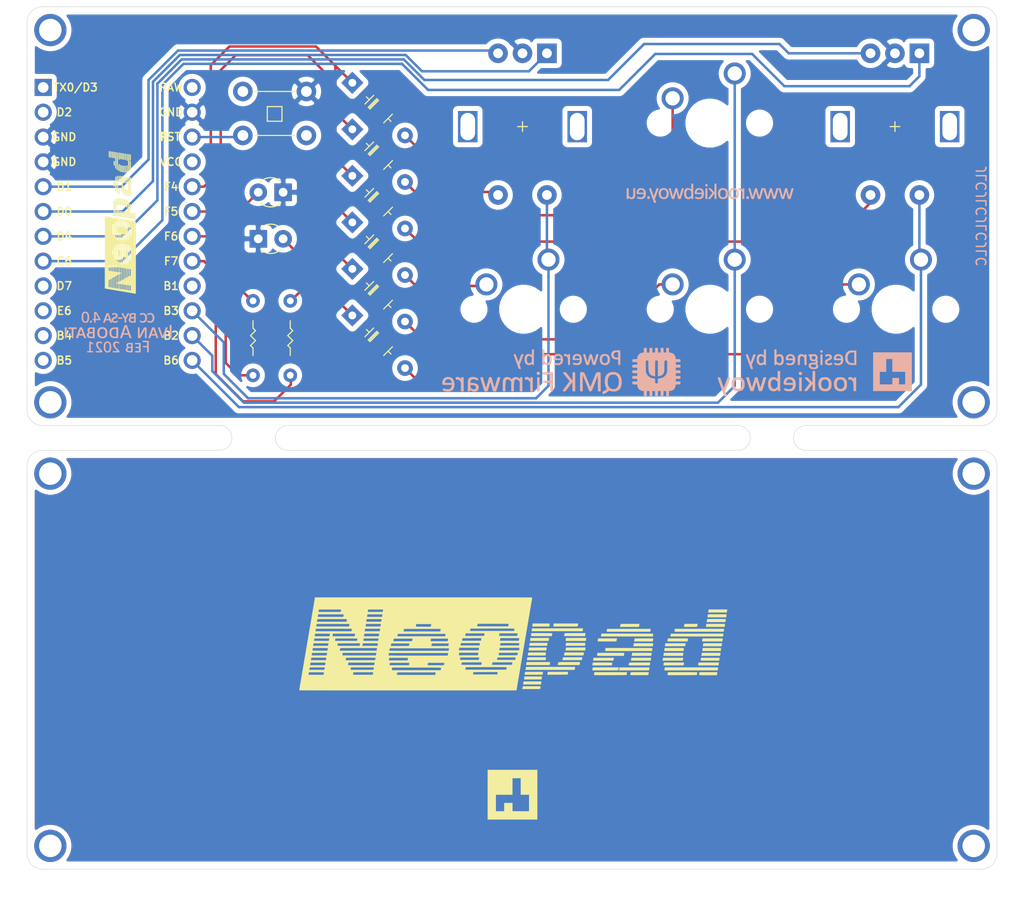
<source format=kicad_pcb>
(kicad_pcb (version 20171130) (host pcbnew "(5.1.9)-1")
  (layers (0 F.Cu signal) (31 B.Cu signal) (34 B.Paste user) (35 F.Paste user) (36 B.SilkS user) (37 F.SilkS user) (38 B.Mask user) (39 F.Mask user) (44 Edge.Cuts user))
  (net 0 "")
  (net 1 "Net-(D1-Pad2)")
  (net 2 ROW0)
  (net 3 "Net-(D2-Pad2)")
  (net 4 "Net-(D3-Pad2)")
  (net 5 "Net-(D4-Pad2)")
  (net 6 GND)
  (net 7 "Net-(D5-Pad2)")
  (net 8 "Net-(D6-Pad2)")
  (net 9 ROW1)
  (net 10 "Net-(D7-Pad2)")
  (net 11 "Net-(D8-Pad2)")
  (net 12 COL1)
  (net 13 COL0)
  (net 14 COL2)
  (net 15 LED0)
  (net 16 LED1)
  (net 17 ENC2A)
  (net 18 ENC2B)
  (net 19 "Net-(SW2-Pad1)")
  (net 20 ENC1A)
  (net 21 ENC1B)
  (net 22 "Net-(U1-Pad24)")
  (net 23 "Net-(U1-Pad12)")
  (net 24 "Net-(U1-Pad21)")
  (net 25 "Net-(U1-Pad16)")
  (net 26 "Net-(U1-Pad11)")
  (net 27 "Net-(U1-Pad10)")
  (net 28 "Net-(U1-Pad9)")
  (net 29 "Net-(U1-Pad2)")
  (net 30 "Net-(U1-Pad1)")
  (net 31 "Net-(SW2-Pad4)")
  (net 32 "Net-(SW2-Pad3)")
  (module rookiebwoy:MouseBite-H2.54mm-W4.57mm (layer F.Cu) (at 117.475 94.9325)
    (fp_text reference mouse-bite-2.54mm-slot hide)
    (fp_text value VAL** hide)
    (pad "" np_thru_hole circle (at 1.524 1.1) (size 0.5 0.5) (drill 0.5) (layers *.Cu *.Mask))
    (pad "" np_thru_hole circle (at -1.524 1.1) (size 0.5 0.5) (drill 0.5) (layers *.Cu *.Mask))
    (pad "" np_thru_hole circle (at 1.524 -1.1) (size 0.5 0.5) (drill 0.5) (layers *.Cu *.Mask))
    (pad "" np_thru_hole circle (at -1.524 -1.1) (size 0.5 0.5) (drill 0.5) (layers *.Cu *.Mask))
    (pad "" np_thru_hole circle (at 0 -1.1) (size 0.5 0.5) (drill 0.5) (layers *.Cu *.Mask))
    (pad "" np_thru_hole circle (at 0 1.1) (size 0.5 0.5) (drill 0.5) (layers *.Cu *.Mask))
    (pad "" np_thru_hole circle (at 0.762 -1.1) (size 0.5 0.5) (drill 0.5) (layers *.Cu *.Mask))
    (pad "" np_thru_hole circle (at -0.762 -1.1) (size 0.5 0.5) (drill 0.5) (layers *.Cu *.Mask))
    (pad "" np_thru_hole circle (at -0.762 1.1) (size 0.5 0.5) (drill 0.5) (layers *.Cu *.Mask))
    (pad "" np_thru_hole circle (at 0.762 1.1) (size 0.5 0.5) (drill 0.5) (layers *.Cu *.Mask))
    (pad "" np_thru_hole circle (at -2.286 -1.1) (size 0.5 0.5) (drill 0.5) (layers *.Cu *.Mask))
    (pad "" np_thru_hole circle (at -2.286 1.1) (size 0.5 0.5) (drill 0.5) (layers *.Cu *.Mask))
    (pad "" np_thru_hole circle (at 2.286 -1.1) (size 0.5 0.5) (drill 0.5) (layers *.Cu *.Mask))
    (pad "" np_thru_hole circle (at 2.286 1.1) (size 0.5 0.5) (drill 0.5) (layers *.Cu *.Mask))
  )
  (module rookiebwoy:MouseBite-H2.54mm-W4.57mm (layer F.Cu) (at 64.4525 94.9325)
    (fp_text reference mouse-bite-2.54mm-slot hide)
    (fp_text value VAL** hide)
    (pad "" np_thru_hole circle (at 2.286 1.1) (size 0.5 0.5) (drill 0.5) (layers *.Cu *.Mask))
    (pad "" np_thru_hole circle (at 2.286 -1.1) (size 0.5 0.5) (drill 0.5) (layers *.Cu *.Mask))
    (pad "" np_thru_hole circle (at -2.286 1.1) (size 0.5 0.5) (drill 0.5) (layers *.Cu *.Mask))
    (pad "" np_thru_hole circle (at -2.286 -1.1) (size 0.5 0.5) (drill 0.5) (layers *.Cu *.Mask))
    (pad "" np_thru_hole circle (at 0.762 1.1) (size 0.5 0.5) (drill 0.5) (layers *.Cu *.Mask))
    (pad "" np_thru_hole circle (at -0.762 1.1) (size 0.5 0.5) (drill 0.5) (layers *.Cu *.Mask))
    (pad "" np_thru_hole circle (at -0.762 -1.1) (size 0.5 0.5) (drill 0.5) (layers *.Cu *.Mask))
    (pad "" np_thru_hole circle (at 0.762 -1.1) (size 0.5 0.5) (drill 0.5) (layers *.Cu *.Mask))
    (pad "" np_thru_hole circle (at 0 1.1) (size 0.5 0.5) (drill 0.5) (layers *.Cu *.Mask))
    (pad "" np_thru_hole circle (at 0 -1.1) (size 0.5 0.5) (drill 0.5) (layers *.Cu *.Mask))
    (pad "" np_thru_hole circle (at -1.524 -1.1) (size 0.5 0.5) (drill 0.5) (layers *.Cu *.Mask))
    (pad "" np_thru_hole circle (at 1.524 -1.1) (size 0.5 0.5) (drill 0.5) (layers *.Cu *.Mask))
    (pad "" np_thru_hole circle (at -1.524 1.1) (size 0.5 0.5) (drill 0.5) (layers *.Cu *.Mask))
    (pad "" np_thru_hole circle (at 1.524 1.1) (size 0.5 0.5) (drill 0.5) (layers *.Cu *.Mask))
  )
  (module Logocustom:rookiebwoy-web (layer B.Cu) (at 111.125 69.85 180)
    (fp_text reference G*** hide)
    (fp_text value LOGO hide)
  )
  (module Logocustom:heart-3 (layer F.Cu) (at 87.122 112.776)
    (fp_text reference G*** hide)
    (fp_text value LOGO hide)
  )
  (module Logocustom:rookiebwoy-signature (layer F.Cu) (at 90.932 116.713)
    (fp_text reference G*** hide)
    (fp_text value LOGO hide)
  )
  (module Logocustom:ivan-cc-by-sa-7 (layer B.Cu) (at 50.165 84.201 180)
    (fp_text reference G*** hide)
    (fp_text value LOGO hide)
  )
  (module Logocustom:badge-light-8 (layer F.Cu) (at 95.123 88.9)
    (fp_text reference G*** hide)
    (fp_text value LOGO hide)
  )
  (module Logocustom:designed-rookiebwoy-QMK-8 (layer F.Cu) (at 120.015 88.138)
    (fp_text reference G*** hide)
    (fp_text value LOGO hide)
  )
  (module rookiebwoy:R_Axial_P7.62mm (layer F.Cu) (at 68.199 88.519 90)
    (fp_text reference R2)
    (fp_text value 220)
    (pad 2 thru_hole oval (at 7.62 0 90) (size 1.4 1.4) (drill 0.7) (layers *.Cu *.Mask) (net 7 "Net-(D5-Pad2)"))
    (pad 1 thru_hole circle (at 0 0 90) (size 1.4 1.4) (drill 0.7) (layers *.Cu *.Mask) (net 16 LED1))
  )
  (module rookiebwoy:R_Axial_P7.62mm (layer F.Cu) (at 64.389 88.519 90)
    (fp_text reference R1)
    (fp_text value 220)
    (pad 2 thru_hole oval (at 7.62 0 90) (size 1.4 1.4) (drill 0.7) (layers *.Cu *.Mask) (net 5 "Net-(D4-Pad2)"))
    (pad 1 thru_hole circle (at 0 0 90) (size 1.4 1.4) (drill 0.7) (layers *.Cu *.Mask) (net 15 LED0))
  )
  (module Logocustom:neopad-big (layer F.Cu) (at 95.504 116.332)
    (fp_text reference G*** hide)
    (fp_text value LOGO hide)
  )
  (module Logocustom:neopad (layer F.Cu) (at 50.927 71.374 90)
    (fp_text reference G*** hide)
    (fp_text value LOGO hide)
  )
  (module Logocustom:rookiebwoy-signature (layer F.Cu) (at 90.932 131.445)
    (fp_text reference G*** hide)
    (fp_text value LOGO hide)
  )
  (module rookiebwoy:ArduinoProMicro (layer F.Cu) (at 50.546 73.025 270)
    (fp_text reference U1 hide)
    (fp_text value ProMicro hide)
    (fp_text user B2 (at 11.43 -5.461) (layer F.SilkS) (effects (font (size 0.8 0.8))))
    (fp_text user F7 (at 3.81 -5.461) (layer F.SilkS) (effects (font (size 0.8 0.8))))
    (fp_text user F6 (at 1.27 -5.461) (layer F.SilkS) (effects (font (size 0.8 0.8))))
    (fp_text user F5 (at -1.27 -5.461) (layer F.SilkS) (effects (font (size 0.8 0.8))))
    (fp_text user RAW (at -13.97 -5.461) (layer F.SilkS) (effects (font (size 0.8 0.8))))
    (fp_text user GND (at -11.43 -5.461) (layer F.SilkS) (effects (font (size 0.8 0.8))))
    (fp_text user ST (at -8.92 -5.73312) (layer F.SilkS) (effects (font (size 0.8 0.8))))
    (fp_text user VCC (at -6.35 -5.461) (layer F.SilkS) (effects (font (size 0.8 0.8))))
    (fp_text user F4 (at -3.81 -5.461) (layer F.SilkS) (effects (font (size 0.8 0.8))))
    (fp_text user B1 (at 6.35 -5.461) (layer F.SilkS) (effects (font (size 0.8 0.8))))
    (fp_text user B3 (at 8.89 -5.461) (layer F.SilkS) (effects (font (size 0.8 0.8))))
    (fp_text user B6 (at 13.97 -5.461) (layer F.SilkS) (effects (font (size 0.8 0.8))))
    (fp_text user B5 (at 13.97 5.461) (layer F.SilkS) (effects (font (size 0.8 0.8))))
    (fp_text user B4 (at 11.43 5.461) (layer F.SilkS) (effects (font (size 0.8 0.8))))
    (fp_text user E6 (at 8.89 5.461) (layer F.SilkS) (effects (font (size 0.8 0.8))))
    (fp_text user D7 (at 6.35 5.461) (layer F.SilkS) (effects (font (size 0.8 0.8))))
    (fp_text user C6 (at 3.81 5.461) (layer F.SilkS) (effects (font (size 0.8 0.8))))
    (fp_text user D4 (at 1.27 5.461) (layer F.SilkS) (effects (font (size 0.8 0.8))))
    (fp_text user GND (at -8.89 5.461) (layer F.SilkS) (effects (font (size 0.8 0.8))))
    (fp_text user GND (at -6.35 5.461) (layer F.SilkS) (effects (font (size 0.8 0.8))))
    (fp_text user D1 (at -3.81 5.461) (layer F.SilkS) (effects (font (size 0.8 0.8))))
    (fp_text user D0 (at -1.27 5.461) (layer F.SilkS) (effects (font (size 0.8 0.8))))
    (fp_text user D2 (at -11.43 5.461) (layer F.SilkS) (effects (font (size 0.8 0.8))))
    (fp_text user TX0/D3 (at -13.97 4.318) (layer F.SilkS) (effects (font (size 0.8 0.8))))
    (pad 1 thru_hole rect (at -13.97 7.62 270) (size 1.7526 1.7526) (drill 1.0922) (layers *.Cu *.Mask) (net 30 "Net-(U1-Pad1)"))
    (pad 2 thru_hole circle (at -11.43 7.62 270) (size 1.7526 1.7526) (drill 1.0922) (layers *.Cu *.Mask) (net 29 "Net-(U1-Pad2)"))
    (pad 3 thru_hole circle (at -8.89 7.62 270) (size 1.7526 1.7526) (drill 1.0922) (layers *.Cu *.Mask) (net 6 GND))
    (pad 4 thru_hole circle (at -6.35 7.62 270) (size 1.7526 1.7526) (drill 1.0922) (layers *.Cu *.Mask) (net 6 GND))
    (pad 5 thru_hole circle (at -3.81 7.62 270) (size 1.7526 1.7526) (drill 1.0922) (layers *.Cu *.Mask) (net 21 ENC1B))
    (pad 6 thru_hole circle (at -1.27 7.62 270) (size 1.7526 1.7526) (drill 1.0922) (layers *.Cu *.Mask) (net 20 ENC1A))
    (pad 7 thru_hole circle (at 1.27 7.62 270) (size 1.7526 1.7526) (drill 1.0922) (layers *.Cu *.Mask) (net 18 ENC2B))
    (pad 8 thru_hole circle (at 3.81 7.62 270) (size 1.7526 1.7526) (drill 1.0922) (layers *.Cu *.Mask) (net 17 ENC2A))
    (pad 9 thru_hole circle (at 6.35 7.62 270) (size 1.7526 1.7526) (drill 1.0922) (layers *.Cu *.Mask) (net 28 "Net-(U1-Pad9)"))
    (pad 10 thru_hole circle (at 8.89 7.62 270) (size 1.7526 1.7526) (drill 1.0922) (layers *.Cu *.Mask) (net 27 "Net-(U1-Pad10)"))
    (pad 11 thru_hole circle (at 11.43 7.62 270) (size 1.7526 1.7526) (drill 1.0922) (layers *.Cu *.Mask) (net 26 "Net-(U1-Pad11)"))
    (pad 13 thru_hole circle (at 13.97 -7.62 270) (size 1.7526 1.7526) (drill 1.0922) (layers *.Cu *.Mask) (net 14 COL2))
    (pad 14 thru_hole circle (at 11.43 -7.62 270) (size 1.7526 1.7526) (drill 1.0922) (layers *.Cu *.Mask) (net 12 COL1))
    (pad 15 thru_hole circle (at 8.89 -7.62 270) (size 1.7526 1.7526) (drill 1.0922) (layers *.Cu *.Mask) (net 13 COL0))
    (pad 16 thru_hole circle (at 6.35 -7.62 270) (size 1.7526 1.7526) (drill 1.0922) (layers *.Cu *.Mask) (net 25 "Net-(U1-Pad16)"))
    (pad 17 thru_hole circle (at 3.81 -7.62 270) (size 1.7526 1.7526) (drill 1.0922) (layers *.Cu *.Mask) (net 16 LED1))
    (pad 18 thru_hole circle (at 1.27 -7.62 270) (size 1.7526 1.7526) (drill 1.0922) (layers *.Cu *.Mask) (net 15 LED0))
    (pad 19 thru_hole circle (at -1.27 -7.62 270) (size 1.7526 1.7526) (drill 1.0922) (layers *.Cu *.Mask) (net 9 ROW1))
    (pad 20 thru_hole circle (at -3.81 -7.62 270) (size 1.7526 1.7526) (drill 1.0922) (layers *.Cu *.Mask) (net 2 ROW0))
    (pad 21 thru_hole circle (at -6.35 -7.62 270) (size 1.7526 1.7526) (drill 1.0922) (layers *.Cu *.Mask) (net 24 "Net-(U1-Pad21)"))
    (pad 22 thru_hole circle (at -8.89 -7.62 270) (size 1.7526 1.7526) (drill 1.0922) (layers *.Cu *.Mask) (net 32 "Net-(SW2-Pad3)"))
    (pad 23 thru_hole circle (at -11.43 -7.62 270) (size 1.7526 1.7526) (drill 1.0922) (layers *.Cu *.Mask) (net 6 GND))
    (pad 12 thru_hole circle (at 13.97 7.62 270) (size 1.7526 1.7526) (drill 1.0922) (layers *.Cu *.Mask) (net 23 "Net-(U1-Pad12)"))
    (pad 24 thru_hole circle (at -13.97 -7.62 270) (size 1.7526 1.7526) (drill 1.0922) (layers *.Cu *.Mask) (net 22 "Net-(U1-Pad24)"))
  )
  (module rookiebwoy:Button_SW_6mm (layer F.Cu) (at 63.35 59.46775)
    (fp_text reference SW2)
    (fp_text value SW_MEC_5E)
    (pad 2 thru_hole circle (at 6.5 0 90) (size 2 2) (drill 1.1) (layers *.Cu *.Mask) (net 6 GND))
    (pad 4 thru_hole circle (at 6.5 4.5 90) (size 2 2) (drill 1.1) (layers *.Cu *.Mask) (net 31 "Net-(SW2-Pad4)"))
    (pad 1 thru_hole circle (at 0 0 90) (size 2 2) (drill 1.1) (layers *.Cu *.Mask) (net 19 "Net-(SW2-Pad1)"))
    (pad 3 thru_hole circle (at 0 4.5 90) (size 2 2) (drill 1.1) (layers *.Cu *.Mask) (net 32 "Net-(SW2-Pad3)"))
  )
  (module rookiebwoy:Diode_DO-35_SOD27_P7.62mm (layer F.Cu) (at 74.549 82.39125 315)
    (fp_text reference D8)
    (fp_text value D)
    (pad 2 thru_hole oval (at 7.62 0 315) (size 1.6 1.6) (drill 0.8) (layers *.Cu *.Mask) (net 11 "Net-(D8-Pad2)"))
    (pad 1 thru_hole rect (at 0 0 315) (size 1.6 1.6) (drill 0.8) (layers *.Cu *.Mask) (net 9 ROW1))
  )
  (module rookiebwoy:Diode_DO-35_SOD27_P7.62mm (layer F.Cu) (at 74.549 77.62875 315)
    (fp_text reference D7)
    (fp_text value D)
    (pad 2 thru_hole oval (at 7.62 0 315) (size 1.6 1.6) (drill 0.8) (layers *.Cu *.Mask) (net 10 "Net-(D7-Pad2)"))
    (pad 1 thru_hole rect (at 0 0 315) (size 1.6 1.6) (drill 0.8) (layers *.Cu *.Mask) (net 9 ROW1))
  )
  (module rookiebwoy:Diode_DO-35_SOD27_P7.62mm (layer F.Cu) (at 74.549 72.86625 315)
    (fp_text reference D6)
    (fp_text value D)
    (pad 2 thru_hole oval (at 7.62 0 315) (size 1.6 1.6) (drill 0.8) (layers *.Cu *.Mask) (net 8 "Net-(D6-Pad2)"))
    (pad 1 thru_hole rect (at 0 0 315) (size 1.6 1.6) (drill 0.8) (layers *.Cu *.Mask) (net 9 ROW1))
  )
  (module rookiebwoy:Diode_DO-35_SOD27_P7.62mm (layer F.Cu) (at 74.549 68.10375 315)
    (fp_text reference D3)
    (fp_text value D)
    (pad 2 thru_hole oval (at 7.62 0 315) (size 1.6 1.6) (drill 0.8) (layers *.Cu *.Mask) (net 4 "Net-(D3-Pad2)"))
    (pad 1 thru_hole rect (at 0 0 315) (size 1.6 1.6) (drill 0.8) (layers *.Cu *.Mask) (net 2 ROW0))
  )
  (module rookiebwoy:Diode_DO-35_SOD27_P7.62mm (layer F.Cu) (at 74.549 63.34125 315)
    (fp_text reference D2)
    (fp_text value D)
    (pad 2 thru_hole oval (at 7.62 0 315) (size 1.6 1.6) (drill 0.8) (layers *.Cu *.Mask) (net 3 "Net-(D2-Pad2)"))
    (pad 1 thru_hole rect (at 0 0 315) (size 1.6 1.6) (drill 0.8) (layers *.Cu *.Mask) (net 2 ROW0))
  )
  (module rookiebwoy:Diode_DO-35_SOD27_P7.62mm (layer F.Cu) (at 74.549 58.57875 315)
    (fp_text reference D1)
    (fp_text value D)
    (pad 1 thru_hole rect (at 0 0 315) (size 1.6 1.6) (drill 0.8) (layers *.Cu *.Mask) (net 2 ROW0))
    (pad 2 thru_hole oval (at 7.62 0 315) (size 1.6 1.6) (drill 0.8) (layers *.Cu *.Mask) (net 1 "Net-(D1-Pad2)"))
  )
  (module rookiebwoy:MountingHole_D2.3mm (layer F.Cu) (at 138.1125 136.68375)
    (fp_text reference H8 hide)
    (fp_text value MountingHole)
    (pad 1 thru_hole circle (at 0 0) (size 3.3 3.3) (drill 2.3) (layers *.Cu *.Mask))
  )
  (module rookiebwoy:MountingHole_D2.3mm (layer F.Cu) (at 138.1125 98.58375)
    (fp_text reference H7 hide)
    (fp_text value MountingHole)
    (pad 1 thru_hole circle (at 0 0) (size 3.3 3.3) (drill 2.3) (layers *.Cu *.Mask))
  )
  (module rookiebwoy:MountingHole_D2.3mm (layer F.Cu) (at 43.65625 136.68375)
    (fp_text reference H6 hide)
    (fp_text value MountingHole)
    (pad 1 thru_hole circle (at 0 0) (size 3.3 3.3) (drill 2.3) (layers *.Cu *.Mask))
  )
  (module rookiebwoy:MountingHole_D2.3mm (layer F.Cu) (at 43.65625 98.58375)
    (fp_text reference H5 hide)
    (fp_text value MountingHole)
    (pad 1 thru_hole circle (at 0 0) (size 3.3 3.3) (drill 2.3) (layers *.Cu *.Mask))
  )
  (module rookiebwoy:RotaryEncoder_Alps_EC11E-Switch (layer F.Cu) (at 94.45625 55.5625 270)
    (fp_text reference SW3)
    (fp_text value Rotary_Encoder_Switch)
    (pad S2 thru_hole circle (at 14.5 5 270) (size 2 2) (drill 1) (layers *.Cu *.Mask) (net 1 "Net-(D1-Pad2)"))
    (pad S1 thru_hole circle (at 14.5 0 270) (size 2 2) (drill 1) (layers *.Cu *.Mask) (net 13 COL0))
    (pad MP thru_hole rect (at 7.5 8.1 270) (size 3.2 2) (drill oval 2.8 1.5) (layers *.Cu *.Mask))
    (pad MP thru_hole rect (at 7.5 -3.1 270) (size 3.2 2) (drill oval 2.8 1.5) (layers *.Cu *.Mask))
    (pad B thru_hole circle (at 0 5 270) (size 2 2) (drill 1) (layers *.Cu *.Mask) (net 21 ENC1B))
    (pad C thru_hole circle (at 0 2.5 270) (size 2 2) (drill 1) (layers *.Cu *.Mask) (net 6 GND))
    (pad A thru_hole rect (at 0 0 270) (size 2 2) (drill 1) (layers *.Cu *.Mask) (net 20 ENC1A))
  )
  (module rookiebwoy:RotaryEncoder_Alps_EC11E-Switch (layer F.Cu) (at 132.55625 55.5625 270)
    (fp_text reference SW1)
    (fp_text value Rotary_Encoder_Switch)
    (pad S2 thru_hole circle (at 14.5 5 270) (size 2 2) (drill 1) (layers *.Cu *.Mask) (net 4 "Net-(D3-Pad2)"))
    (pad S1 thru_hole circle (at 14.5 0 270) (size 2 2) (drill 1) (layers *.Cu *.Mask) (net 14 COL2))
    (pad MP thru_hole rect (at 7.5 8.1 270) (size 3.2 2) (drill oval 2.8 1.5) (layers *.Cu *.Mask))
    (pad MP thru_hole rect (at 7.5 -3.1 270) (size 3.2 2) (drill oval 2.8 1.5) (layers *.Cu *.Mask))
    (pad B thru_hole circle (at 0 5 270) (size 2 2) (drill 1) (layers *.Cu *.Mask) (net 18 ENC2B))
    (pad C thru_hole circle (at 0 2.5 270) (size 2 2) (drill 1) (layers *.Cu *.Mask) (net 6 GND))
    (pad A thru_hole rect (at 0 0 270) (size 2 2) (drill 1) (layers *.Cu *.Mask) (net 17 ENC2A))
  )
  (module rookiebwoy:LED_D3.0mm (layer F.Cu) (at 64.92875 74.549)
    (fp_text reference D5)
    (fp_text value LED)
    (pad 1 thru_hole rect (at 0 0) (size 1.8 1.8) (drill 0.9) (layers *.Cu *.Mask) (net 6 GND))
    (pad 2 thru_hole circle (at 2.54 0) (size 1.8 1.8) (drill 0.9) (layers *.Cu *.Mask) (net 7 "Net-(D5-Pad2)"))
  )
  (module rookiebwoy:LED_D3.0mm (layer F.Cu) (at 67.46875 69.7865 180)
    (fp_text reference D4)
    (fp_text value LED)
    (pad 1 thru_hole rect (at 0 0 180) (size 1.8 1.8) (drill 0.9) (layers *.Cu *.Mask) (net 6 GND))
    (pad 2 thru_hole circle (at 2.54 0 180) (size 1.8 1.8) (drill 0.9) (layers *.Cu *.Mask) (net 5 "Net-(D4-Pad2)"))
  )
  (module rookiebwoy:MountingHole_D2.3mm (layer F.Cu) (at 138.1125 53.18125)
    (fp_text reference H4 hide)
    (fp_text value MountingHole)
    (pad 1 thru_hole circle (at 0 0) (size 3.3 3.3) (drill 2.3) (layers *.Cu *.Mask))
  )
  (module rookiebwoy:MountingHole_D2.3mm (layer F.Cu) (at 43.65625 53.18125)
    (fp_text reference H3 hide)
    (fp_text value MountingHole)
    (pad 1 thru_hole circle (at 0 0) (size 3.3 3.3) (drill 2.3) (layers *.Cu *.Mask))
  )
  (module rookiebwoy:MountingHole_D2.3mm (layer F.Cu) (at 138.1125 91.28125)
    (fp_text reference H2 hide)
    (fp_text value MountingHole)
    (pad 1 thru_hole circle (at 0 0) (size 3.3 3.3) (drill 2.3) (layers *.Cu *.Mask))
  )
  (module rookiebwoy:MountingHole_D2.3mm (layer F.Cu) (at 43.65625 91.28125)
    (fp_text reference H1 hide)
    (fp_text value MountingHole)
    (pad 1 thru_hole circle (at 0 0) (size 3.3 3.3) (drill 2.3) (layers *.Cu *.Mask))
  )
  (module MX_Only:MXOnly-1U-NoLED (layer F.Cu) (at 92.075 81.75625)
    (fp_text reference MX2)
    (fp_text value MX-NoLED)
    (pad 1 thru_hole circle (at 2.54 -5.08) (size 2.25 2.25) (drill 1.47) (layers *.Cu B.Mask) (net 13 COL0))
    (pad "" np_thru_hole circle (at 0 0) (size 3.9878 3.9878) (drill 3.9878) (layers *.Cu *.Mask))
    (pad 2 thru_hole circle (at -3.81 -2.54) (size 2.25 2.25) (drill 1.47) (layers *.Cu B.Mask) (net 8 "Net-(D6-Pad2)"))
    (pad "" np_thru_hole circle (at -5.08 0 48.0996) (size 1.75 1.75) (drill 1.75) (layers *.Cu *.Mask))
    (pad "" np_thru_hole circle (at 5.08 0 48.0996) (size 1.75 1.75) (drill 1.75) (layers *.Cu *.Mask))
  )
  (module MX_Only:MXOnly-1U-NoLED (layer F.Cu) (at 111.125 81.75625)
    (fp_text reference MX3)
    (fp_text value MX-NoLED)
    (pad 1 thru_hole circle (at 2.54 -5.08) (size 2.25 2.25) (drill 1.47) (layers *.Cu B.Mask) (net 12 COL1))
    (pad "" np_thru_hole circle (at 0 0) (size 3.9878 3.9878) (drill 3.9878) (layers *.Cu *.Mask))
    (pad 2 thru_hole circle (at -3.81 -2.54) (size 2.25 2.25) (drill 1.47) (layers *.Cu B.Mask) (net 10 "Net-(D7-Pad2)"))
    (pad "" np_thru_hole circle (at -5.08 0 48.0996) (size 1.75 1.75) (drill 1.75) (layers *.Cu *.Mask))
    (pad "" np_thru_hole circle (at 5.08 0 48.0996) (size 1.75 1.75) (drill 1.75) (layers *.Cu *.Mask))
  )
  (module MX_Only:MXOnly-1U-NoLED (layer F.Cu) (at 130.175 81.75625)
    (fp_text reference MX4)
    (fp_text value MX-NoLED)
    (pad 1 thru_hole circle (at 2.54 -5.08) (size 2.25 2.25) (drill 1.47) (layers *.Cu B.Mask) (net 14 COL2))
    (pad "" np_thru_hole circle (at 0 0) (size 3.9878 3.9878) (drill 3.9878) (layers *.Cu *.Mask))
    (pad 2 thru_hole circle (at -3.81 -2.54) (size 2.25 2.25) (drill 1.47) (layers *.Cu B.Mask) (net 11 "Net-(D8-Pad2)"))
    (pad "" np_thru_hole circle (at -5.08 0 48.0996) (size 1.75 1.75) (drill 1.75) (layers *.Cu *.Mask))
    (pad "" np_thru_hole circle (at 5.08 0 48.0996) (size 1.75 1.75) (drill 1.75) (layers *.Cu *.Mask))
  )
  (module MX_Only:MXOnly-1U-NoLED (layer F.Cu) (at 111.125 62.70625)
    (fp_text reference MX1)
    (fp_text value MX-NoLED)
    (pad 1 thru_hole circle (at 2.54 -5.08) (size 2.25 2.25) (drill 1.47) (layers *.Cu B.Mask) (net 12 COL1))
    (pad "" np_thru_hole circle (at 0 0) (size 3.9878 3.9878) (drill 3.9878) (layers *.Cu *.Mask))
    (pad 2 thru_hole circle (at -3.81 -2.54) (size 2.25 2.25) (drill 1.47) (layers *.Cu B.Mask) (net 3 "Net-(D2-Pad2)"))
    (pad "" np_thru_hole circle (at -5.08 0 48.0996) (size 1.75 1.75) (drill 1.75) (layers *.Cu *.Mask))
    (pad "" np_thru_hole circle (at 5.08 0 48.0996) (size 1.75 1.75) (drill 1.75) (layers *.Cu *.Mask))
  )
  (gr_arc (start 120.9675 94.9325) (end 120.9675 93.6625) (angle -180) (layer Edge.Cuts) (width 0.05))
  (gr_arc (start 113.9825 94.9325) (end 113.9825 96.2025) (angle -180) (layer Edge.Cuts) (width 0.05))
  (gr_arc (start 67.945 94.9325) (end 67.945 93.6625) (angle -180) (layer Edge.Cuts) (width 0.05))
  (gr_arc (start 60.96 94.9325) (end 60.96 96.2025) (angle -180) (layer Edge.Cuts) (width 0.05))
  (gr_line (start 60.96 96.2025) (end 42.8625 96.2025) (layer Edge.Cuts) (width 0.05))
  (gr_line (start 113.9825 96.2025) (end 67.945 96.2025) (layer Edge.Cuts) (width 0.05))
  (gr_line (start 138.90625 96.2025) (end 120.9675 96.2025) (layer Edge.Cuts) (width 0.05))
  (gr_line (start 120.9675 93.6625) (end 138.90625 93.6625) (layer Edge.Cuts) (width 0.05))
  (gr_line (start 67.945 93.6625) (end 113.9825 93.6625) (layer Edge.Cuts) (width 0.05))
  (gr_line (start 42.8625 93.6625) (end 60.96 93.6625) (layer Edge.Cuts) (width 0.05))
  (gr_line (start 140.49375 137.4775) (end 140.49375 97.79) (layer Edge.Cuts) (width 0.05))
  (gr_arc (start 138.90625 97.79) (end 140.49375 97.79) (angle -90) (layer Edge.Cuts) (width 0.05))
  (gr_arc (start 42.8625 97.79) (end 42.8625 96.2025) (angle -90) (layer Edge.Cuts) (width 0.05))
  (gr_arc (start 138.90625 137.4775) (end 138.90625 139.065) (angle -90) (layer Edge.Cuts) (width 0.05))
  (gr_line (start 41.275 97.79) (end 41.275 137.4775) (layer Edge.Cuts) (width 0.05))
  (gr_line (start 138.90625 139.065) (end 42.8625 139.065) (layer Edge.Cuts) (width 0.05))
  (gr_arc (start 42.8625 137.4775) (end 41.275 137.4775) (angle -90) (layer Edge.Cuts) (width 0.05))
  (gr_text JLCJLCJLCJLC (at 138.90625 72.23125 90) (layer B.SilkS) (effects (font (size 1 1)) (justify mirror)))
  (gr_arc (start 42.8625 92.075) (end 41.275 92.075) (angle -90) (layer Edge.Cuts) (width 0.05))
  (gr_arc (start 42.8625 52.3875) (end 42.8625 50.8) (angle -90) (layer Edge.Cuts) (width 0.05))
  (gr_arc (start 138.90625 52.3875) (end 140.49375 52.3875) (angle -90) (layer Edge.Cuts) (width 0.05))
  (gr_arc (start 138.90625 92.075) (end 138.90625 93.6625) (angle -90) (layer Edge.Cuts) (width 0.05))
  (gr_line (start 41.275 52.3875) (end 41.275 92.075) (layer Edge.Cuts) (width 0.05))
  (gr_line (start 138.90625 50.8) (end 42.8625 50.8) (layer Edge.Cuts) (width 0.05))
  (gr_line (start 140.49375 92.075) (end 140.49375 52.3875) (layer Edge.Cuts) (width 0.05))
  (segment (start 79.937154 63.966904) (end 85.725 69.75475) (width 0.254) (layer F.Cu) (net 1))
  (segment (start 89.1485 69.75475) (end 89.45625 70.0625) (width 0.254) (layer F.Cu) (net 1))
  (segment (start 85.725 69.75475) (end 89.1485 69.75475) (width 0.254) (layer F.Cu) (net 1))
  (segment (start 72.818625 66.373375) (end 74.549 68.10375) (width 0.254) (layer F.Cu) (net 2))
  (segment (start 74.549 58.57875) (end 72.818625 56.848375) (width 0.254) (layer F.Cu) (net 2))
  (segment (start 72.818625 61.610875) (end 72.818625 61.547375) (width 0.254) (layer F.Cu) (net 2))
  (segment (start 74.549 63.34125) (end 72.818625 61.610875) (width 0.254) (layer F.Cu) (net 2))
  (segment (start 72.818625 61.547375) (end 72.818625 66.373375) (width 0.254) (layer F.Cu) (net 2))
  (segment (start 72.818625 56.848375) (end 72.818625 61.547375) (width 0.254) (layer F.Cu) (net 2))
  (segment (start 70.83425 54.864) (end 72.818625 56.848375) (width 0.254) (layer F.Cu) (net 2))
  (segment (start 61.976 54.864) (end 70.83425 54.864) (width 0.254) (layer F.Cu) (net 2))
  (segment (start 60.071 56.769) (end 61.976 54.864) (width 0.254) (layer F.Cu) (net 2))
  (segment (start 59.3725 69.215) (end 60.071 68.5165) (width 0.254) (layer F.Cu) (net 2))
  (segment (start 58.166 69.215) (end 59.3725 69.215) (width 0.254) (layer F.Cu) (net 2))
  (segment (start 60.071 68.5165) (end 60.071 56.769) (width 0.254) (layer F.Cu) (net 2))
  (segment (start 107.315 60.16625) (end 107.315 69.596) (width 0.254) (layer F.Cu) (net 3))
  (segment (start 79.937154 68.729404) (end 83.34375 72.136) (width 0.254) (layer F.Cu) (net 3))
  (segment (start 83.34375 72.136) (end 104.902 72.136) (width 0.254) (layer F.Cu) (net 3))
  (segment (start 107.315 69.723) (end 107.315 69.596) (width 0.254) (layer F.Cu) (net 3))
  (segment (start 104.902 72.136) (end 107.315 69.723) (width 0.254) (layer F.Cu) (net 3))
  (segment (start 124.86025 73.55225) (end 128.35 70.0625) (width 0.254) (layer F.Cu) (net 4))
  (segment (start 123.57775 74.83475) (end 124.86025 73.55225) (width 0.254) (layer F.Cu) (net 4))
  (segment (start 81.28 74.83475) (end 123.57775 74.83475) (width 0.254) (layer F.Cu) (net 4))
  (segment (start 79.937154 73.491904) (end 81.28 74.83475) (width 0.254) (layer F.Cu) (net 4))
  (segment (start 64.92875 69.7865) (end 62.992 71.72325) (width 0.254) (layer F.Cu) (net 5))
  (segment (start 62.992 79.59725) (end 64.29375 80.899) (width 0.254) (layer F.Cu) (net 5))
  (segment (start 62.992 71.72325) (end 62.992 79.59725) (width 0.254) (layer F.Cu) (net 5))
  (segment (start 91.95625 55.765402) (end 91.95625 55.5625) (width 0.381) (layer B.Cu) (net 6))
  (segment (start 68.2625 80.899) (end 69.342 79.8195) (width 0.254) (layer F.Cu) (net 7))
  (segment (start 69.342 76.42225) (end 67.46875 74.549) (width 0.254) (layer F.Cu) (net 7))
  (segment (start 69.342 79.8195) (end 69.342 76.42225) (width 0.254) (layer F.Cu) (net 7))
  (segment (start 88.138 79.34325) (end 88.265 79.21625) (width 0.254) (layer F.Cu) (net 8))
  (segment (start 79.937154 78.254404) (end 81.05775 79.375) (width 0.254) (layer F.Cu) (net 8))
  (segment (start 88.10625 79.375) (end 88.265 79.21625) (width 0.254) (layer F.Cu) (net 8))
  (segment (start 81.05775 79.375) (end 88.10625 79.375) (width 0.254) (layer F.Cu) (net 8))
  (segment (start 71.628 57.404) (end 69.977 55.753) (width 0.254) (layer F.Cu) (net 9))
  (segment (start 74.549 72.86625) (end 71.628 69.94525) (width 0.254) (layer F.Cu) (net 9))
  (segment (start 61.087 57.277) (end 62.611 55.753) (width 0.254) (layer F.Cu) (net 9))
  (segment (start 69.977 55.753) (end 62.611 55.753) (width 0.254) (layer F.Cu) (net 9))
  (segment (start 71.628 79.47025) (end 74.549 82.39125) (width 0.254) (layer F.Cu) (net 9))
  (segment (start 71.628 69.94525) (end 71.628 69.723) (width 0.254) (layer F.Cu) (net 9))
  (segment (start 71.628 69.723) (end 71.628 57.404) (width 0.254) (layer F.Cu) (net 9))
  (segment (start 71.628 74.70775) (end 71.628 73.787) (width 0.254) (layer F.Cu) (net 9))
  (segment (start 74.549 77.62875) (end 71.628 74.70775) (width 0.254) (layer F.Cu) (net 9))
  (segment (start 71.628 73.787) (end 71.628 79.47025) (width 0.254) (layer F.Cu) (net 9))
  (segment (start 71.628 69.723) (end 71.628 73.787) (width 0.254) (layer F.Cu) (net 9))
  (segment (start 59.944 71.755) (end 61.087 70.612) (width 0.254) (layer F.Cu) (net 9))
  (segment (start 58.166 71.755) (end 59.944 71.755) (width 0.254) (layer F.Cu) (net 9))
  (segment (start 61.087 57.277) (end 61.087 70.612) (width 0.254) (layer F.Cu) (net 9))
  (segment (start 106.806038 79.21625) (end 107.315 79.21625) (width 0.254) (layer F.Cu) (net 10))
  (segment (start 107.315 79.21625) (end 105.94975 79.21625) (width 0.254) (layer F.Cu) (net 10))
  (segment (start 79.937154 83.016904) (end 81.75625 84.836) (width 0.254) (layer F.Cu) (net 10))
  (segment (start 100.33 84.836) (end 100.965 84.201) (width 0.254) (layer F.Cu) (net 10))
  (segment (start 81.75625 84.836) (end 100.33 84.836) (width 0.254) (layer F.Cu) (net 10))
  (segment (start 100.965 84.201) (end 100.838 84.328) (width 0.254) (layer F.Cu) (net 10))
  (segment (start 105.94975 79.21625) (end 100.965 84.201) (width 0.254) (layer F.Cu) (net 10))
  (segment (start 125.856038 79.21625) (end 126.365 79.21625) (width 0.254) (layer F.Cu) (net 11))
  (segment (start 126.365 79.21625) (end 124.77401 79.21625) (width 0.254) (layer F.Cu) (net 11))
  (segment (start 79.937154 87.779404) (end 80.93075 88.773) (width 0.254) (layer F.Cu) (net 11))
  (segment (start 80.93075 88.773) (end 89.281 88.773) (width 0.254) (layer F.Cu) (net 11))
  (segment (start 89.281 88.773) (end 91.694 86.36) (width 0.254) (layer F.Cu) (net 11))
  (segment (start 117.63026 86.36) (end 119.07663 84.91363) (width 0.254) (layer F.Cu) (net 11))
  (segment (start 91.694 86.36) (end 117.63026 86.36) (width 0.254) (layer F.Cu) (net 11))
  (segment (start 119.07663 84.91363) (end 118.77326 85.217) (width 0.254) (layer F.Cu) (net 11))
  (segment (start 124.77401 79.21625) (end 119.07663 84.91363) (width 0.254) (layer F.Cu) (net 11))
  (segment (start 113.665 57.62625) (end 113.665 76.67625) (width 0.254) (layer B.Cu) (net 12))
  (segment (start 111.948057 91.32251) (end 113.665 89.605567) (width 0.254) (layer B.Cu) (net 12))
  (segment (start 63.45874 91.32251) (end 111.948057 91.32251) (width 0.254) (layer B.Cu) (net 12))
  (segment (start 58.166 84.455) (end 60.22975 86.51875) (width 0.254) (layer B.Cu) (net 12))
  (segment (start 60.22975 88.09352) (end 63.45874 91.32251) (width 0.254) (layer B.Cu) (net 12))
  (segment (start 60.22975 86.51875) (end 60.22975 88.09352) (width 0.254) (layer B.Cu) (net 12))
  (segment (start 113.665 78.4225) (end 113.665 76.67625) (width 0.254) (layer B.Cu) (net 12))
  (segment (start 113.665 78.26375) (end 113.665 78.4225) (width 0.254) (layer B.Cu) (net 12))
  (segment (start 113.665 78.4225) (end 113.665 89.605567) (width 0.254) (layer B.Cu) (net 12))
  (segment (start 94.45625 76.5175) (end 94.615 76.67625) (width 0.254) (layer B.Cu) (net 13))
  (segment (start 94.45625 70.0625) (end 94.45625 76.5175) (width 0.254) (layer B.Cu) (net 13))
  (segment (start 93.345 90.8685) (end 63.881 90.8685) (width 0.254) (layer B.Cu) (net 13))
  (segment (start 94.615 89.5985) (end 93.345 90.8685) (width 0.254) (layer B.Cu) (net 13))
  (segment (start 58.166 81.915) (end 61.398523 85.147523) (width 0.254) (layer B.Cu) (net 13))
  (segment (start 61.398523 88.386023) (end 63.881 90.8685) (width 0.254) (layer B.Cu) (net 13))
  (segment (start 61.398523 85.147523) (end 61.398523 88.386023) (width 0.254) (layer B.Cu) (net 13))
  (segment (start 94.615 78.4225) (end 94.615 89.5985) (width 0.254) (layer B.Cu) (net 13))
  (segment (start 94.615 78.4225) (end 94.615 76.67625) (width 0.254) (layer B.Cu) (net 13))
  (segment (start 133.35 76.04125) (end 132.715 76.67625) (width 0.254) (layer B.Cu) (net 14))
  (segment (start 132.55625 76.5175) (end 132.715 76.67625) (width 0.254) (layer B.Cu) (net 14))
  (segment (start 132.55625 70.0625) (end 132.55625 76.5175) (width 0.254) (layer B.Cu) (net 14))
  (segment (start 132.715 78.26375) (end 132.715 76.67625) (width 0.254) (layer B.Cu) (net 14))
  (segment (start 132.715 89.4715) (end 132.715 78.26375) (width 0.254) (layer B.Cu) (net 14))
  (segment (start 130.40998 91.77652) (end 132.715 89.4715) (width 0.254) (layer B.Cu) (net 14))
  (segment (start 62.94752 91.77652) (end 130.40998 91.77652) (width 0.254) (layer B.Cu) (net 14))
  (segment (start 58.166 86.995) (end 62.94752 91.77652) (width 0.254) (layer B.Cu) (net 14))
  (segment (start 62.865 88.519) (end 64.29375 88.519) (width 0.254) (layer F.Cu) (net 15))
  (segment (start 61.595 87.249) (end 62.865 88.519) (width 0.254) (layer F.Cu) (net 15))
  (segment (start 60.0075 74.295) (end 61.595 75.8825) (width 0.254) (layer F.Cu) (net 15))
  (segment (start 58.166 74.295) (end 60.0075 74.295) (width 0.254) (layer F.Cu) (net 15))
  (segment (start 61.595 75.8825) (end 61.595 87.249) (width 0.254) (layer F.Cu) (net 15))
  (segment (start 58.166 76.835) (end 59.3725 76.835) (width 0.254) (layer F.Cu) (net 16))
  (segment (start 60.579 78.0415) (end 60.579 78.83525) (width 0.254) (layer F.Cu) (net 16))
  (segment (start 59.3725 76.835) (end 60.579 78.0415) (width 0.254) (layer F.Cu) (net 16))
  (segment (start 60.579 78.83525) (end 60.579 78.359) (width 0.254) (layer F.Cu) (net 16))
  (segment (start 66.548 91.186) (end 68.2625 89.4715) (width 0.254) (layer F.Cu) (net 16))
  (segment (start 63.373 91.186) (end 66.548 91.186) (width 0.254) (layer F.Cu) (net 16))
  (segment (start 60.579 88.392) (end 63.373 91.186) (width 0.254) (layer F.Cu) (net 16))
  (segment (start 60.579 78.83525) (end 60.579 88.392) (width 0.254) (layer F.Cu) (net 16))
  (segment (start 68.2625 88.5825) (end 68.2625 89.4715) (width 0.254) (layer F.Cu) (net 16))
  (segment (start 133.35 55.5625) (end 133.35 55.372) (width 0.254) (layer B.Cu) (net 17))
  (segment (start 50.927 76.835) (end 42.926 76.835) (width 0.254) (layer B.Cu) (net 17))
  (segment (start 55.118 72.644) (end 50.927 76.835) (width 0.254) (layer B.Cu) (net 17))
  (segment (start 55.118 58.801) (end 55.118 72.644) (width 0.254) (layer B.Cu) (net 17))
  (segment (start 82.296 59.309) (end 79.629 56.642) (width 0.254) (layer B.Cu) (net 17))
  (segment (start 101.854 59.309) (end 82.296 59.309) (width 0.254) (layer B.Cu) (net 17))
  (segment (start 79.629 56.642) (end 57.277 56.642) (width 0.254) (layer B.Cu) (net 17))
  (segment (start 105.537 55.626) (end 101.854 59.309) (width 0.254) (layer B.Cu) (net 17))
  (segment (start 115.443 55.626) (end 105.537 55.626) (width 0.254) (layer B.Cu) (net 17))
  (segment (start 118.745 58.928) (end 115.443 55.626) (width 0.254) (layer B.Cu) (net 17))
  (segment (start 131.54025 58.928) (end 118.745 58.928) (width 0.254) (layer B.Cu) (net 17))
  (segment (start 132.55625 57.912) (end 131.54025 58.928) (width 0.254) (layer B.Cu) (net 17))
  (segment (start 57.277 56.642) (end 55.118 58.801) (width 0.254) (layer B.Cu) (net 17))
  (segment (start 132.55625 55.5625) (end 132.55625 57.912) (width 0.254) (layer B.Cu) (net 17))
  (segment (start 119.1895 55.5625) (end 118.237 54.61) (width 0.254) (layer B.Cu) (net 18))
  (segment (start 118.237 54.61) (end 104.394 54.61) (width 0.254) (layer B.Cu) (net 18))
  (segment (start 104.394 54.61) (end 100.711 58.293) (width 0.254) (layer B.Cu) (net 18))
  (segment (start 57.088943 56.18799) (end 79.817056 56.18799) (width 0.254) (layer B.Cu) (net 18))
  (segment (start 54.61 58.666934) (end 57.088943 56.18799) (width 0.254) (layer B.Cu) (net 18))
  (segment (start 81.922066 58.293) (end 100.711 58.293) (width 0.254) (layer B.Cu) (net 18))
  (segment (start 79.817056 56.18799) (end 81.922066 58.293) (width 0.254) (layer B.Cu) (net 18))
  (segment (start 42.926 74.295) (end 50.927 74.295) (width 0.254) (layer B.Cu) (net 18))
  (segment (start 50.927 74.295) (end 54.61 70.612) (width 0.254) (layer B.Cu) (net 18))
  (segment (start 54.61 70.612) (end 54.61 58.666934) (width 0.254) (layer B.Cu) (net 18))
  (segment (start 119.1895 55.5625) (end 127.55625 55.5625) (width 0.254) (layer B.Cu) (net 18))
  (segment (start 94.45625 55.5625) (end 94.45625 55.34025) (width 0.254) (layer B.Cu) (net 20))
  (segment (start 94.45625 55.5625) (end 94.4245 55.5625) (width 0.254) (layer B.Cu) (net 20))
  (segment (start 92.61475 57.404) (end 94.45625 55.5625) (width 0.254) (layer B.Cu) (net 20))
  (segment (start 80.271066 55.999934) (end 81.675132 57.404) (width 0.254) (layer B.Cu) (net 20))
  (segment (start 80.005113 55.73398) (end 80.271066 55.999934) (width 0.254) (layer B.Cu) (net 20))
  (segment (start 56.900886 55.73398) (end 80.005113 55.73398) (width 0.254) (layer B.Cu) (net 20))
  (segment (start 54.15599 58.478877) (end 56.900886 55.73398) (width 0.254) (layer B.Cu) (net 20))
  (segment (start 54.15599 68.65301) (end 54.15599 58.478877) (width 0.254) (layer B.Cu) (net 20))
  (segment (start 81.675132 57.404) (end 92.61475 57.404) (width 0.254) (layer B.Cu) (net 20))
  (segment (start 51.054 71.755) (end 54.15599 68.65301) (width 0.254) (layer B.Cu) (net 20))
  (segment (start 42.926 71.755) (end 51.054 71.755) (width 0.254) (layer B.Cu) (net 20))
  (segment (start 89.17372 55.27997) (end 89.45625 55.5625) (width 0.254) (layer B.Cu) (net 21))
  (segment (start 56.712829 55.27997) (end 89.17372 55.27997) (width 0.254) (layer B.Cu) (net 21))
  (segment (start 53.70198 58.29082) (end 56.712829 55.27997) (width 0.254) (layer B.Cu) (net 21))
  (segment (start 42.926 69.215) (end 50.927 69.215) (width 0.254) (layer B.Cu) (net 21))
  (segment (start 53.70198 66.44002) (end 53.70198 58.29082) (width 0.254) (layer B.Cu) (net 21))
  (segment (start 50.927 69.215) (end 53.70198 66.44002) (width 0.254) (layer B.Cu) (net 21))
  (segment (start 63.18275 64.135) (end 63.35 63.96775) (width 0.254) (layer B.Cu) (net 32))
  (segment (start 58.166 64.135) (end 63.18275 64.135) (width 0.254) (layer B.Cu) (net 32))
  (zone (net 6) (net_name GND) (layer B.Cu) (connect_pads (clearance 0.508)) (min_thickness 0.254) (fill yes (arc_segments 32) (thermal_gap 0.508) (thermal_bridge_width 0.508))
    (polygon (pts (xy 139.7 92.86875) (xy 42.06875 92.86875) (xy 42.06875 51.59375) (xy 139.7 51.59375)))
  )
  (zone (net 0) (net_name "") (layer B.Cu) (connect_pads (clearance 0.508)) (min_thickness 0.254) (fill yes (arc_segments 32) (thermal_gap 0.508) (thermal_bridge_width 0.508))
    (polygon (pts (xy 139.7 138.27125) (xy 42.06875 138.27125) (xy 42.06875 96.99625) (xy 139.7 96.99625)))
  )
  (zone (net 0) (net_name "") (layer F.Cu) (connect_pads (clearance 0.508)) (min_thickness 0.254) (fill yes (arc_segments 32) (thermal_gap 0.508) (thermal_bridge_width 0.508))
    (polygon (pts (xy 139.7 138.27125) (xy 42.06875 138.27125) (xy 42.06875 96.99625) (xy 139.7 96.99625)))
  )
)
</source>
